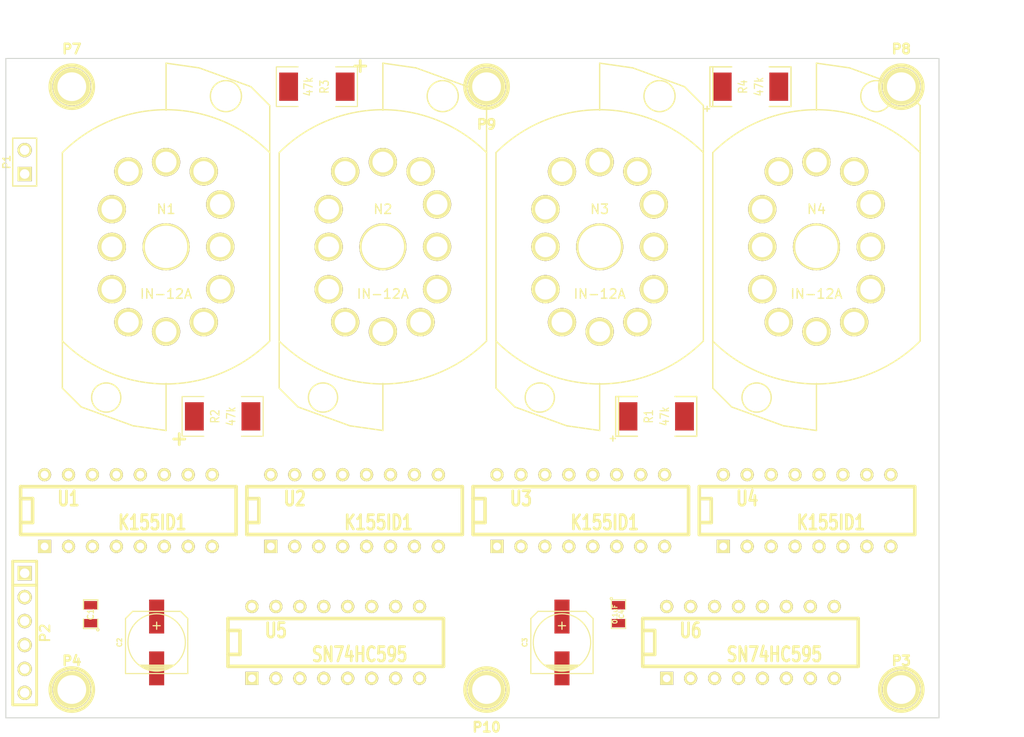
<source format=kicad_pcb>
(kicad_pcb (version 3) (host pcbnew "(2013-dec-23)-stable")

  (general
    (links 101)
    (no_connects 101)
    (area 98.949999 49.150001 210.999999 126.889)
    (thickness 1.6)
    (drawings 6)
    (tracks 0)
    (zones 0)
    (modules 26)
    (nets 68)
  )

  (page A3)
  (layers
    (15 F.Cu signal)
    (0 B.Cu signal)
    (16 B.Adhes user)
    (17 F.Adhes user)
    (18 B.Paste user)
    (19 F.Paste user)
    (20 B.SilkS user)
    (21 F.SilkS user)
    (22 B.Mask user)
    (23 F.Mask user)
    (24 Dwgs.User user)
    (25 Cmts.User user)
    (26 Eco1.User user)
    (27 Eco2.User user)
    (28 Edge.Cuts user)
  )

  (setup
    (last_trace_width 0.254)
    (user_trace_width 0.2032)
    (trace_clearance 0.254)
    (zone_clearance 0.508)
    (zone_45_only no)
    (trace_min 0.2032)
    (segment_width 0.2)
    (edge_width 0.1)
    (via_size 0.889)
    (via_drill 0.635)
    (via_min_size 0.889)
    (via_min_drill 0.508)
    (uvia_size 0.508)
    (uvia_drill 0.127)
    (uvias_allowed no)
    (uvia_min_size 0.508)
    (uvia_min_drill 0.127)
    (pcb_text_width 0.3)
    (pcb_text_size 1.5 1.5)
    (mod_edge_width 0.15)
    (mod_text_size 1 1)
    (mod_text_width 0.15)
    (pad_size 1.5 1.5)
    (pad_drill 0.6)
    (pad_to_mask_clearance 0)
    (aux_axis_origin 0 0)
    (visible_elements FFFFFFBF)
    (pcbplotparams
      (layerselection 3178497)
      (usegerberextensions true)
      (excludeedgelayer true)
      (linewidth 0.150000)
      (plotframeref false)
      (viasonmask false)
      (mode 1)
      (useauxorigin false)
      (hpglpennumber 1)
      (hpglpenspeed 20)
      (hpglpendiameter 15)
      (hpglpenoverlay 2)
      (psnegative false)
      (psa4output false)
      (plotreference true)
      (plotvalue true)
      (plotothertext true)
      (plotinvisibletext false)
      (padsonsilk false)
      (subtractmaskfromsilk false)
      (outputformat 1)
      (mirror false)
      (drillshape 1)
      (scaleselection 1)
      (outputdirectory ""))
  )

  (net 0 "")
  (net 1 +3.3V)
  (net 2 /a0)
  (net 3 /a1)
  (net 4 /a2)
  (net 5 /a3)
  (net 6 /a4)
  (net 7 /a5)
  (net 8 /a6)
  (net 9 /a7)
  (net 10 /a8)
  (net 11 /a9)
  (net 12 /b0)
  (net 13 /b1)
  (net 14 /b2)
  (net 15 /b3)
  (net 16 /b4)
  (net 17 /b5)
  (net 18 /b6)
  (net 19 /b7)
  (net 20 /b8)
  (net 21 /b9)
  (net 22 /c0)
  (net 23 /c1)
  (net 24 /c2)
  (net 25 /c3)
  (net 26 /c4)
  (net 27 /c5)
  (net 28 /c6)
  (net 29 /c7)
  (net 30 /c8)
  (net 31 /c9)
  (net 32 /d0)
  (net 33 /d1)
  (net 34 /d2)
  (net 35 /d3)
  (net 36 /d4)
  (net 37 /d5)
  (net 38 /d6)
  (net 39 /d7)
  (net 40 /d8)
  (net 41 /d9)
  (net 42 GND)
  (net 43 HT)
  (net 44 N-0000016)
  (net 45 N-0000017)
  (net 46 N-0000018)
  (net 47 N-0000028)
  (net 48 N-0000029)
  (net 49 N-0000030)
  (net 50 N-0000031)
  (net 51 N-0000032)
  (net 52 N-0000033)
  (net 53 N-0000036)
  (net 54 N-0000037)
  (net 55 N-0000038)
  (net 56 N-0000039)
  (net 57 N-0000040)
  (net 58 N-0000041)
  (net 59 N-0000042)
  (net 60 N-0000043)
  (net 61 N-0000044)
  (net 62 N-0000045)
  (net 63 N-0000046)
  (net 64 N-0000047)
  (net 65 N-0000048)
  (net 66 N-0000049)
  (net 67 N-000007)

  (net_class Default "This is the default net class."
    (clearance 0.254)
    (trace_width 0.254)
    (via_dia 0.889)
    (via_drill 0.635)
    (uvia_dia 0.508)
    (uvia_drill 0.127)
    (add_net "")
    (add_net +3.3V)
    (add_net /a0)
    (add_net /a1)
    (add_net /a2)
    (add_net /a3)
    (add_net /a4)
    (add_net /a5)
    (add_net /a6)
    (add_net /a7)
    (add_net /a8)
    (add_net /a9)
    (add_net /b0)
    (add_net /b1)
    (add_net /b2)
    (add_net /b3)
    (add_net /b4)
    (add_net /b5)
    (add_net /b6)
    (add_net /b7)
    (add_net /b8)
    (add_net /b9)
    (add_net /c0)
    (add_net /c1)
    (add_net /c2)
    (add_net /c3)
    (add_net /c4)
    (add_net /c5)
    (add_net /c6)
    (add_net /c7)
    (add_net /c8)
    (add_net /c9)
    (add_net /d0)
    (add_net /d1)
    (add_net /d2)
    (add_net /d3)
    (add_net /d4)
    (add_net /d5)
    (add_net /d6)
    (add_net /d7)
    (add_net /d8)
    (add_net /d9)
    (add_net GND)
    (add_net HT)
    (add_net N-0000016)
    (add_net N-0000017)
    (add_net N-0000018)
    (add_net N-0000028)
    (add_net N-0000029)
    (add_net N-0000030)
    (add_net N-0000031)
    (add_net N-0000032)
    (add_net N-0000033)
    (add_net N-0000036)
    (add_net N-0000037)
    (add_net N-0000038)
    (add_net N-0000039)
    (add_net N-0000040)
    (add_net N-0000041)
    (add_net N-0000042)
    (add_net N-0000043)
    (add_net N-0000044)
    (add_net N-0000045)
    (add_net N-0000046)
    (add_net N-0000047)
    (add_net N-0000048)
    (add_net N-0000049)
    (add_net N-000007)
  )

  (module PIN_ARRAY-6X1 (layer F.Cu) (tedit 41402119) (tstamp 539606B2)
    (at 101 116 270)
    (descr "Connecteur 6 pins")
    (tags "CONN DEV")
    (path /53861D4E)
    (fp_text reference P2 (at 0 -2.159 270) (layer F.SilkS)
      (effects (font (size 1.016 1.016) (thickness 0.2032)))
    )
    (fp_text value CONN_6 (at 0 2.159 270) (layer F.SilkS) hide
      (effects (font (size 1.016 0.889) (thickness 0.2032)))
    )
    (fp_line (start -7.62 1.27) (end -7.62 -1.27) (layer F.SilkS) (width 0.3048))
    (fp_line (start -7.62 -1.27) (end 7.62 -1.27) (layer F.SilkS) (width 0.3048))
    (fp_line (start 7.62 -1.27) (end 7.62 1.27) (layer F.SilkS) (width 0.3048))
    (fp_line (start 7.62 1.27) (end -7.62 1.27) (layer F.SilkS) (width 0.3048))
    (fp_line (start -5.08 1.27) (end -5.08 -1.27) (layer F.SilkS) (width 0.3048))
    (pad 1 thru_hole rect (at -6.35 0 270) (size 1.524 1.524) (drill 1.016)
      (layers *.Cu *.Mask F.SilkS)
      (net 58 N-0000041)
    )
    (pad 2 thru_hole circle (at -3.81 0 270) (size 1.524 1.524) (drill 1.016)
      (layers *.Cu *.Mask F.SilkS)
      (net 42 GND)
    )
    (pad 3 thru_hole circle (at -1.27 0 270) (size 1.524 1.524) (drill 1.016)
      (layers *.Cu *.Mask F.SilkS)
      (net 57 N-0000040)
    )
    (pad 4 thru_hole circle (at 1.27 0 270) (size 1.524 1.524) (drill 1.016)
      (layers *.Cu *.Mask F.SilkS)
      (net 56 N-0000039)
    )
    (pad 5 thru_hole circle (at 3.81 0 270) (size 1.524 1.524) (drill 1.016)
      (layers *.Cu *.Mask F.SilkS)
      (net 1 +3.3V)
    )
    (pad 6 thru_hole circle (at 6.35 0 270) (size 1.524 1.524) (drill 1.016)
      (layers *.Cu *.Mask F.SilkS)
    )
    (model pin_array/pins_array_6x1.wrl
      (at (xyz 0 0 0))
      (scale (xyz 1 1 1))
      (rotate (xyz 0 0 0))
    )
  )

  (module DIP-16__300 (layer F.Cu) (tedit 200000) (tstamp 539606DD)
    (at 112 103)
    (descr "16 pins DIL package, round pads")
    (tags DIL)
    (path /53861CB2)
    (fp_text reference U1 (at -6.35 -1.27) (layer F.SilkS)
      (effects (font (size 1.524 1.143) (thickness 0.3048)))
    )
    (fp_text value K155ID1 (at 2.54 1.27) (layer F.SilkS)
      (effects (font (size 1.524 1.143) (thickness 0.3048)))
    )
    (fp_line (start -11.43 -1.27) (end -11.43 -1.27) (layer F.SilkS) (width 0.381))
    (fp_line (start -11.43 -1.27) (end -10.16 -1.27) (layer F.SilkS) (width 0.381))
    (fp_line (start -10.16 -1.27) (end -10.16 1.27) (layer F.SilkS) (width 0.381))
    (fp_line (start -10.16 1.27) (end -11.43 1.27) (layer F.SilkS) (width 0.381))
    (fp_line (start -11.43 -2.54) (end 11.43 -2.54) (layer F.SilkS) (width 0.381))
    (fp_line (start 11.43 -2.54) (end 11.43 2.54) (layer F.SilkS) (width 0.381))
    (fp_line (start 11.43 2.54) (end -11.43 2.54) (layer F.SilkS) (width 0.381))
    (fp_line (start -11.43 2.54) (end -11.43 -2.54) (layer F.SilkS) (width 0.381))
    (pad 1 thru_hole rect (at -8.89 3.81) (size 1.397 1.397) (drill 0.8128)
      (layers *.Cu *.Mask F.SilkS)
      (net 10 /a8)
    )
    (pad 2 thru_hole circle (at -6.35 3.81) (size 1.397 1.397) (drill 0.8128)
      (layers *.Cu *.Mask F.SilkS)
      (net 11 /a9)
    )
    (pad 3 thru_hole circle (at -3.81 3.81) (size 1.397 1.397) (drill 0.8128)
      (layers *.Cu *.Mask F.SilkS)
      (net 66 N-0000049)
    )
    (pad 4 thru_hole circle (at -1.27 3.81) (size 1.397 1.397) (drill 0.8128)
      (layers *.Cu *.Mask F.SilkS)
      (net 63 N-0000046)
    )
    (pad 5 thru_hole circle (at 1.27 3.81) (size 1.397 1.397) (drill 0.8128)
      (layers *.Cu *.Mask F.SilkS)
      (net 1 +3.3V)
    )
    (pad 6 thru_hole circle (at 3.81 3.81) (size 1.397 1.397) (drill 0.8128)
      (layers *.Cu *.Mask F.SilkS)
      (net 65 N-0000048)
    )
    (pad 7 thru_hole circle (at 6.35 3.81) (size 1.397 1.397) (drill 0.8128)
      (layers *.Cu *.Mask F.SilkS)
      (net 64 N-0000047)
    )
    (pad 8 thru_hole circle (at 8.89 3.81) (size 1.397 1.397) (drill 0.8128)
      (layers *.Cu *.Mask F.SilkS)
      (net 4 /a2)
    )
    (pad 9 thru_hole circle (at 8.89 -3.81) (size 1.397 1.397) (drill 0.8128)
      (layers *.Cu *.Mask F.SilkS)
      (net 5 /a3)
    )
    (pad 10 thru_hole circle (at 6.35 -3.81) (size 1.397 1.397) (drill 0.8128)
      (layers *.Cu *.Mask F.SilkS)
      (net 9 /a7)
    )
    (pad 11 thru_hole circle (at 3.81 -3.81) (size 1.397 1.397) (drill 0.8128)
      (layers *.Cu *.Mask F.SilkS)
      (net 8 /a6)
    )
    (pad 12 thru_hole circle (at 1.27 -3.81) (size 1.397 1.397) (drill 0.8128)
      (layers *.Cu *.Mask F.SilkS)
      (net 42 GND)
    )
    (pad 13 thru_hole circle (at -1.27 -3.81) (size 1.397 1.397) (drill 0.8128)
      (layers *.Cu *.Mask F.SilkS)
      (net 6 /a4)
    )
    (pad 14 thru_hole circle (at -3.81 -3.81) (size 1.397 1.397) (drill 0.8128)
      (layers *.Cu *.Mask F.SilkS)
      (net 7 /a5)
    )
    (pad 15 thru_hole circle (at -6.35 -3.81) (size 1.397 1.397) (drill 0.8128)
      (layers *.Cu *.Mask F.SilkS)
      (net 3 /a1)
    )
    (pad 16 thru_hole circle (at -8.89 -3.81) (size 1.397 1.397) (drill 0.8128)
      (layers *.Cu *.Mask F.SilkS)
      (net 2 /a0)
    )
    (model dil/dil_16.wrl
      (at (xyz 0 0 0))
      (scale (xyz 1 1 1))
      (rotate (xyz 0 0 0))
    )
  )

  (module DIP-16__300 (layer F.Cu) (tedit 200000) (tstamp 539606F9)
    (at 136 103)
    (descr "16 pins DIL package, round pads")
    (tags DIL)
    (path /53861CC1)
    (fp_text reference U2 (at -6.35 -1.27) (layer F.SilkS)
      (effects (font (size 1.524 1.143) (thickness 0.3048)))
    )
    (fp_text value K155ID1 (at 2.54 1.27) (layer F.SilkS)
      (effects (font (size 1.524 1.143) (thickness 0.3048)))
    )
    (fp_line (start -11.43 -1.27) (end -11.43 -1.27) (layer F.SilkS) (width 0.381))
    (fp_line (start -11.43 -1.27) (end -10.16 -1.27) (layer F.SilkS) (width 0.381))
    (fp_line (start -10.16 -1.27) (end -10.16 1.27) (layer F.SilkS) (width 0.381))
    (fp_line (start -10.16 1.27) (end -11.43 1.27) (layer F.SilkS) (width 0.381))
    (fp_line (start -11.43 -2.54) (end 11.43 -2.54) (layer F.SilkS) (width 0.381))
    (fp_line (start 11.43 -2.54) (end 11.43 2.54) (layer F.SilkS) (width 0.381))
    (fp_line (start 11.43 2.54) (end -11.43 2.54) (layer F.SilkS) (width 0.381))
    (fp_line (start -11.43 2.54) (end -11.43 -2.54) (layer F.SilkS) (width 0.381))
    (pad 1 thru_hole rect (at -8.89 3.81) (size 1.397 1.397) (drill 0.8128)
      (layers *.Cu *.Mask F.SilkS)
      (net 20 /b8)
    )
    (pad 2 thru_hole circle (at -6.35 3.81) (size 1.397 1.397) (drill 0.8128)
      (layers *.Cu *.Mask F.SilkS)
      (net 21 /b9)
    )
    (pad 3 thru_hole circle (at -3.81 3.81) (size 1.397 1.397) (drill 0.8128)
      (layers *.Cu *.Mask F.SilkS)
      (net 62 N-0000045)
    )
    (pad 4 thru_hole circle (at -1.27 3.81) (size 1.397 1.397) (drill 0.8128)
      (layers *.Cu *.Mask F.SilkS)
      (net 59 N-0000042)
    )
    (pad 5 thru_hole circle (at 1.27 3.81) (size 1.397 1.397) (drill 0.8128)
      (layers *.Cu *.Mask F.SilkS)
      (net 1 +3.3V)
    )
    (pad 6 thru_hole circle (at 3.81 3.81) (size 1.397 1.397) (drill 0.8128)
      (layers *.Cu *.Mask F.SilkS)
      (net 61 N-0000044)
    )
    (pad 7 thru_hole circle (at 6.35 3.81) (size 1.397 1.397) (drill 0.8128)
      (layers *.Cu *.Mask F.SilkS)
      (net 60 N-0000043)
    )
    (pad 8 thru_hole circle (at 8.89 3.81) (size 1.397 1.397) (drill 0.8128)
      (layers *.Cu *.Mask F.SilkS)
      (net 14 /b2)
    )
    (pad 9 thru_hole circle (at 8.89 -3.81) (size 1.397 1.397) (drill 0.8128)
      (layers *.Cu *.Mask F.SilkS)
      (net 15 /b3)
    )
    (pad 10 thru_hole circle (at 6.35 -3.81) (size 1.397 1.397) (drill 0.8128)
      (layers *.Cu *.Mask F.SilkS)
      (net 19 /b7)
    )
    (pad 11 thru_hole circle (at 3.81 -3.81) (size 1.397 1.397) (drill 0.8128)
      (layers *.Cu *.Mask F.SilkS)
      (net 18 /b6)
    )
    (pad 12 thru_hole circle (at 1.27 -3.81) (size 1.397 1.397) (drill 0.8128)
      (layers *.Cu *.Mask F.SilkS)
      (net 42 GND)
    )
    (pad 13 thru_hole circle (at -1.27 -3.81) (size 1.397 1.397) (drill 0.8128)
      (layers *.Cu *.Mask F.SilkS)
      (net 16 /b4)
    )
    (pad 14 thru_hole circle (at -3.81 -3.81) (size 1.397 1.397) (drill 0.8128)
      (layers *.Cu *.Mask F.SilkS)
      (net 17 /b5)
    )
    (pad 15 thru_hole circle (at -6.35 -3.81) (size 1.397 1.397) (drill 0.8128)
      (layers *.Cu *.Mask F.SilkS)
      (net 13 /b1)
    )
    (pad 16 thru_hole circle (at -8.89 -3.81) (size 1.397 1.397) (drill 0.8128)
      (layers *.Cu *.Mask F.SilkS)
      (net 12 /b0)
    )
    (model dil/dil_16.wrl
      (at (xyz 0 0 0))
      (scale (xyz 1 1 1))
      (rotate (xyz 0 0 0))
    )
  )

  (module DIP-16__300 (layer F.Cu) (tedit 200000) (tstamp 53960715)
    (at 160 103)
    (descr "16 pins DIL package, round pads")
    (tags DIL)
    (path /539C1894)
    (fp_text reference U3 (at -6.35 -1.27) (layer F.SilkS)
      (effects (font (size 1.524 1.143) (thickness 0.3048)))
    )
    (fp_text value K155ID1 (at 2.54 1.27) (layer F.SilkS)
      (effects (font (size 1.524 1.143) (thickness 0.3048)))
    )
    (fp_line (start -11.43 -1.27) (end -11.43 -1.27) (layer F.SilkS) (width 0.381))
    (fp_line (start -11.43 -1.27) (end -10.16 -1.27) (layer F.SilkS) (width 0.381))
    (fp_line (start -10.16 -1.27) (end -10.16 1.27) (layer F.SilkS) (width 0.381))
    (fp_line (start -10.16 1.27) (end -11.43 1.27) (layer F.SilkS) (width 0.381))
    (fp_line (start -11.43 -2.54) (end 11.43 -2.54) (layer F.SilkS) (width 0.381))
    (fp_line (start 11.43 -2.54) (end 11.43 2.54) (layer F.SilkS) (width 0.381))
    (fp_line (start 11.43 2.54) (end -11.43 2.54) (layer F.SilkS) (width 0.381))
    (fp_line (start -11.43 2.54) (end -11.43 -2.54) (layer F.SilkS) (width 0.381))
    (pad 1 thru_hole rect (at -8.89 3.81) (size 1.397 1.397) (drill 0.8128)
      (layers *.Cu *.Mask F.SilkS)
      (net 30 /c8)
    )
    (pad 2 thru_hole circle (at -6.35 3.81) (size 1.397 1.397) (drill 0.8128)
      (layers *.Cu *.Mask F.SilkS)
      (net 31 /c9)
    )
    (pad 3 thru_hole circle (at -3.81 3.81) (size 1.397 1.397) (drill 0.8128)
      (layers *.Cu *.Mask F.SilkS)
      (net 53 N-0000036)
    )
    (pad 4 thru_hole circle (at -1.27 3.81) (size 1.397 1.397) (drill 0.8128)
      (layers *.Cu *.Mask F.SilkS)
      (net 49 N-0000030)
    )
    (pad 5 thru_hole circle (at 1.27 3.81) (size 1.397 1.397) (drill 0.8128)
      (layers *.Cu *.Mask F.SilkS)
      (net 1 +3.3V)
    )
    (pad 6 thru_hole circle (at 3.81 3.81) (size 1.397 1.397) (drill 0.8128)
      (layers *.Cu *.Mask F.SilkS)
      (net 48 N-0000029)
    )
    (pad 7 thru_hole circle (at 6.35 3.81) (size 1.397 1.397) (drill 0.8128)
      (layers *.Cu *.Mask F.SilkS)
      (net 47 N-0000028)
    )
    (pad 8 thru_hole circle (at 8.89 3.81) (size 1.397 1.397) (drill 0.8128)
      (layers *.Cu *.Mask F.SilkS)
      (net 24 /c2)
    )
    (pad 9 thru_hole circle (at 8.89 -3.81) (size 1.397 1.397) (drill 0.8128)
      (layers *.Cu *.Mask F.SilkS)
      (net 25 /c3)
    )
    (pad 10 thru_hole circle (at 6.35 -3.81) (size 1.397 1.397) (drill 0.8128)
      (layers *.Cu *.Mask F.SilkS)
      (net 29 /c7)
    )
    (pad 11 thru_hole circle (at 3.81 -3.81) (size 1.397 1.397) (drill 0.8128)
      (layers *.Cu *.Mask F.SilkS)
      (net 28 /c6)
    )
    (pad 12 thru_hole circle (at 1.27 -3.81) (size 1.397 1.397) (drill 0.8128)
      (layers *.Cu *.Mask F.SilkS)
      (net 42 GND)
    )
    (pad 13 thru_hole circle (at -1.27 -3.81) (size 1.397 1.397) (drill 0.8128)
      (layers *.Cu *.Mask F.SilkS)
      (net 26 /c4)
    )
    (pad 14 thru_hole circle (at -3.81 -3.81) (size 1.397 1.397) (drill 0.8128)
      (layers *.Cu *.Mask F.SilkS)
      (net 27 /c5)
    )
    (pad 15 thru_hole circle (at -6.35 -3.81) (size 1.397 1.397) (drill 0.8128)
      (layers *.Cu *.Mask F.SilkS)
      (net 23 /c1)
    )
    (pad 16 thru_hole circle (at -8.89 -3.81) (size 1.397 1.397) (drill 0.8128)
      (layers *.Cu *.Mask F.SilkS)
      (net 22 /c0)
    )
    (model dil/dil_16.wrl
      (at (xyz 0 0 0))
      (scale (xyz 1 1 1))
      (rotate (xyz 0 0 0))
    )
  )

  (module c_elec_6.3x7.7 (layer F.Cu) (tedit 49F5C0C2) (tstamp 53960639)
    (at 115 117 90)
    (descr "SMT capacitor, aluminium electrolytic, 6.3x7.7")
    (path /538630C3)
    (fp_text reference C2 (at 0 -3.937 90) (layer F.SilkS)
      (effects (font (size 0.50038 0.50038) (thickness 0.11938)))
    )
    (fp_text value 100uF (at 0 3.81 90) (layer F.SilkS) hide
      (effects (font (size 0.50038 0.50038) (thickness 0.11938)))
    )
    (fp_line (start -2.921 -0.762) (end -2.921 0.762) (layer F.SilkS) (width 0.127))
    (fp_line (start -2.794 1.143) (end -2.794 -1.143) (layer F.SilkS) (width 0.127))
    (fp_line (start -2.667 -1.397) (end -2.667 1.397) (layer F.SilkS) (width 0.127))
    (fp_line (start -2.54 1.651) (end -2.54 -1.651) (layer F.SilkS) (width 0.127))
    (fp_line (start -2.413 -1.778) (end -2.413 1.778) (layer F.SilkS) (width 0.127))
    (fp_circle (center 0 0) (end -3.048 0) (layer F.SilkS) (width 0.127))
    (fp_line (start -3.302 -3.302) (end -3.302 3.302) (layer F.SilkS) (width 0.127))
    (fp_line (start -3.302 3.302) (end 2.54 3.302) (layer F.SilkS) (width 0.127))
    (fp_line (start 2.54 3.302) (end 3.302 2.54) (layer F.SilkS) (width 0.127))
    (fp_line (start 3.302 2.54) (end 3.302 -2.54) (layer F.SilkS) (width 0.127))
    (fp_line (start 3.302 -2.54) (end 2.54 -3.302) (layer F.SilkS) (width 0.127))
    (fp_line (start 2.54 -3.302) (end -3.302 -3.302) (layer F.SilkS) (width 0.127))
    (fp_line (start 2.159 0) (end 1.397 0) (layer F.SilkS) (width 0.127))
    (fp_line (start 1.778 -0.381) (end 1.778 0.381) (layer F.SilkS) (width 0.127))
    (pad 1 smd rect (at 2.75082 0 90) (size 3.59918 1.6002)
      (layers F.Cu F.Paste F.Mask)
      (net 1 +3.3V)
    )
    (pad 2 smd rect (at -2.75082 0 90) (size 3.59918 1.6002)
      (layers F.Cu F.Paste F.Mask)
      (net 42 GND)
    )
    (model smd/capacitors/c_elec_6_3x7_7.wrl
      (at (xyz 0 0 0))
      (scale (xyz 1 1 1))
      (rotate (xyz 0 0 0))
    )
  )

  (module SM0805 (layer F.Cu) (tedit 539C306B) (tstamp 53960645)
    (at 108 114 90)
    (path /5386DD06)
    (attr smd)
    (fp_text reference C1 (at 0 0 90) (layer F.SilkS)
      (effects (font (size 0.635 0.635) (thickness 0.127)))
    )
    (fp_text value 0.1uF (at 0 0 90) (layer F.SilkS) hide
      (effects (font (size 0.635 0.635) (thickness 0.127)))
    )
    (fp_circle (center -1.651 0.762) (end -1.651 0.635) (layer F.SilkS) (width 0.127))
    (fp_line (start -0.508 0.762) (end -1.524 0.762) (layer F.SilkS) (width 0.127))
    (fp_line (start -1.524 0.762) (end -1.524 -0.762) (layer F.SilkS) (width 0.127))
    (fp_line (start -1.524 -0.762) (end -0.508 -0.762) (layer F.SilkS) (width 0.127))
    (fp_line (start 0.508 -0.762) (end 1.524 -0.762) (layer F.SilkS) (width 0.127))
    (fp_line (start 1.524 -0.762) (end 1.524 0.762) (layer F.SilkS) (width 0.127))
    (fp_line (start 1.524 0.762) (end 0.508 0.762) (layer F.SilkS) (width 0.127))
    (pad 1 smd rect (at -0.9525 0 90) (size 0.889 1.397)
      (layers F.Cu F.Paste F.Mask)
      (net 1 +3.3V)
    )
    (pad 2 smd rect (at 0.9525 0 90) (size 0.889 1.397)
      (layers F.Cu F.Paste F.Mask)
      (net 42 GND)
    )
    (model smd/chip_cms.wrl
      (at (xyz 0 0 0))
      (scale (xyz 0.1 0.1 0.1))
      (rotate (xyz 0 0 0))
    )
  )

  (module SM2512 (layer F.Cu) (tedit 4EFC472C) (tstamp 53960651)
    (at 132 58 180)
    (tags "CMS SM")
    (path /5386EB16)
    (attr smd)
    (fp_text reference R3 (at -0.8001 0 270) (layer F.SilkS)
      (effects (font (size 0.889 0.762) (thickness 0.127)))
    )
    (fp_text value 47k (at 0.89916 0 270) (layer F.SilkS)
      (effects (font (size 0.889 0.762) (thickness 0.127)))
    )
    (fp_text user + (at -4.59994 2.30124 180) (layer F.SilkS)
      (effects (font (size 1.524 1.524) (thickness 0.29972)))
    )
    (fp_line (start -4.30022 -2.10058) (end -4.30022 2.10058) (layer F.SilkS) (width 0.11938))
    (fp_line (start 4.30022 -2.10058) (end 4.30022 2.10058) (layer F.SilkS) (width 0.11938))
    (fp_line (start 1.99644 2.10566) (end 4.28244 2.10566) (layer F.SilkS) (width 0.11938))
    (fp_line (start 4.28244 -2.10566) (end 1.99644 -2.10566) (layer F.SilkS) (width 0.11938))
    (fp_line (start -1.99898 -2.10566) (end -4.28498 -2.10566) (layer F.SilkS) (width 0.11938))
    (fp_line (start -4.28244 2.10566) (end -1.99644 2.10566) (layer F.SilkS) (width 0.11938))
    (pad 1 smd rect (at -2.99974 0 180) (size 1.99898 2.99974)
      (layers F.Cu F.Paste F.Mask)
      (net 51 N-0000032)
    )
    (pad 2 smd rect (at 2.99974 0 180) (size 1.99898 2.99974)
      (layers F.Cu F.Paste F.Mask)
      (net 43 HT)
    )
    (model smd\chip_smd_pol_wide.wrl
      (at (xyz 0 0 0))
      (scale (xyz 0.35 0.35 0.35))
      (rotate (xyz 0 0 0))
    )
  )

  (module SM2512 (layer F.Cu) (tedit 4EFC472C) (tstamp 5396065D)
    (at 122 93)
    (tags "CMS SM")
    (path /5386ECC2)
    (attr smd)
    (fp_text reference R2 (at -0.8001 0 90) (layer F.SilkS)
      (effects (font (size 0.889 0.762) (thickness 0.127)))
    )
    (fp_text value 47k (at 0.89916 0 90) (layer F.SilkS)
      (effects (font (size 0.889 0.762) (thickness 0.127)))
    )
    (fp_text user + (at -4.59994 2.30124) (layer F.SilkS)
      (effects (font (size 1.524 1.524) (thickness 0.29972)))
    )
    (fp_line (start -4.30022 -2.10058) (end -4.30022 2.10058) (layer F.SilkS) (width 0.11938))
    (fp_line (start 4.30022 -2.10058) (end 4.30022 2.10058) (layer F.SilkS) (width 0.11938))
    (fp_line (start 1.99644 2.10566) (end 4.28244 2.10566) (layer F.SilkS) (width 0.11938))
    (fp_line (start 4.28244 -2.10566) (end 1.99644 -2.10566) (layer F.SilkS) (width 0.11938))
    (fp_line (start -1.99898 -2.10566) (end -4.28498 -2.10566) (layer F.SilkS) (width 0.11938))
    (fp_line (start -4.28244 2.10566) (end -1.99644 2.10566) (layer F.SilkS) (width 0.11938))
    (pad 1 smd rect (at -2.99974 0) (size 1.99898 2.99974)
      (layers F.Cu F.Paste F.Mask)
      (net 50 N-0000031)
    )
    (pad 2 smd rect (at 2.99974 0) (size 1.99898 2.99974)
      (layers F.Cu F.Paste F.Mask)
      (net 43 HT)
    )
    (model smd\chip_smd_pol_wide.wrl
      (at (xyz 0 0 0))
      (scale (xyz 0.35 0.35 0.35))
      (rotate (xyz 0 0 0))
    )
  )

  (module 1pin (layer F.Cu) (tedit 5399E340) (tstamp 5399DC27)
    (at 106 58)
    (descr "module 1 pin (ou trou mecanique de percage)")
    (tags DEV)
    (path /5399DC0B)
    (fp_text reference P7 (at 0 -4) (layer F.SilkS)
      (effects (font (size 1.016 1.016) (thickness 0.254)))
    )
    (fp_text value CONN_1 (at 0 2.794) (layer F.SilkS) hide
      (effects (font (size 1.016 1.016) (thickness 0.254)))
    )
    (fp_circle (center 0 0) (end 0 -2.286) (layer F.SilkS) (width 0.381))
    (pad 1 thru_hole circle (at 0 0) (size 4.064 4.064) (drill 3.048)
      (layers *.Cu *.Mask F.SilkS)
      (net 42 GND)
    )
  )

  (module 1pin (layer F.Cu) (tedit 5399E343) (tstamp 5399DC2D)
    (at 194 58)
    (descr "module 1 pin (ou trou mecanique de percage)")
    (tags DEV)
    (path /5399DC1A)
    (fp_text reference P8 (at 0 -4) (layer F.SilkS)
      (effects (font (size 1.016 1.016) (thickness 0.254)))
    )
    (fp_text value CONN_1 (at 0 2.794) (layer F.SilkS) hide
      (effects (font (size 1.016 1.016) (thickness 0.254)))
    )
    (fp_circle (center 0 0) (end 0 -2.286) (layer F.SilkS) (width 0.381))
    (pad 1 thru_hole circle (at 0 0) (size 4.064 4.064) (drill 3.048)
      (layers *.Cu *.Mask F.SilkS)
      (net 42 GND)
    )
  )

  (module 1pin (layer F.Cu) (tedit 5399E34A) (tstamp 5399DC33)
    (at 150 58)
    (descr "module 1 pin (ou trou mecanique de percage)")
    (tags DEV)
    (path /5399DC29)
    (fp_text reference P9 (at 0 4) (layer F.SilkS)
      (effects (font (size 1.016 1.016) (thickness 0.254)))
    )
    (fp_text value CONN_1 (at 0 2.794) (layer F.SilkS) hide
      (effects (font (size 1.016 1.016) (thickness 0.254)))
    )
    (fp_circle (center 0 0) (end 0 -2.286) (layer F.SilkS) (width 0.381))
    (pad 1 thru_hole circle (at 0 0) (size 4.064 4.064) (drill 3.048)
      (layers *.Cu *.Mask F.SilkS)
      (net 42 GND)
    )
  )

  (module 1pin (layer F.Cu) (tedit 5399E347) (tstamp 5399DC39)
    (at 150 122)
    (descr "module 1 pin (ou trou mecanique de percage)")
    (tags DEV)
    (path /5399DC38)
    (fp_text reference P10 (at 0 4) (layer F.SilkS)
      (effects (font (size 1.016 1.016) (thickness 0.254)))
    )
    (fp_text value CONN_1 (at 0 2.794) (layer F.SilkS) hide
      (effects (font (size 1.016 1.016) (thickness 0.254)))
    )
    (fp_circle (center 0 0) (end 0 -2.286) (layer F.SilkS) (width 0.381))
    (pad 1 thru_hole circle (at 0 0) (size 4.064 4.064) (drill 3.048)
      (layers *.Cu *.Mask F.SilkS)
      (net 42 GND)
    )
  )

  (module SM2512 (layer F.Cu) (tedit 51015917) (tstamp 539C1B9D)
    (at 168 93)
    (tags "CMS SM")
    (path /539C1729)
    (attr smd)
    (fp_text reference R1 (at -0.8001 0 90) (layer F.SilkS)
      (effects (font (size 0.889 0.762) (thickness 0.127)))
    )
    (fp_text value 47k (at 0.89916 0 90) (layer F.SilkS)
      (effects (font (size 0.889 0.762) (thickness 0.127)))
    )
    (fp_line (start -3.99956 -2.10058) (end -3.99956 2.10058) (layer F.SilkS) (width 0.14986))
    (fp_text user + (at -4.59994 2.30124) (layer F.SilkS)
      (effects (font (size 0.7 0.7) (thickness 0.15)))
    )
    (fp_line (start -4.30022 -2.10058) (end -4.30022 2.10058) (layer F.SilkS) (width 0.14986))
    (fp_line (start 4.30022 -2.10058) (end 4.30022 2.10058) (layer F.SilkS) (width 0.14986))
    (fp_line (start 1.99644 2.10566) (end 4.28244 2.10566) (layer F.SilkS) (width 0.14986))
    (fp_line (start 4.28244 -2.10566) (end 1.99644 -2.10566) (layer F.SilkS) (width 0.14986))
    (fp_line (start -1.99898 -2.10566) (end -4.28498 -2.10566) (layer F.SilkS) (width 0.14986))
    (fp_line (start -4.28244 2.10566) (end -1.99644 2.10566) (layer F.SilkS) (width 0.14986))
    (pad 1 smd rect (at -2.99974 0) (size 1.99898 2.99974)
      (layers F.Cu F.Paste F.Mask)
      (net 52 N-0000033)
    )
    (pad 2 smd rect (at 2.99974 0) (size 1.99898 2.99974)
      (layers F.Cu F.Paste F.Mask)
      (net 43 HT)
    )
    (model smd\chip_smd_pol_wide.wrl
      (at (xyz 0 0 0))
      (scale (xyz 0.35 0.35 0.35))
      (rotate (xyz 0 0 0))
    )
  )

  (module SM2512 (layer F.Cu) (tedit 51015917) (tstamp 539C1BAB)
    (at 178 58)
    (tags "CMS SM")
    (path /539C1748)
    (attr smd)
    (fp_text reference R4 (at -0.8001 0 90) (layer F.SilkS)
      (effects (font (size 0.889 0.762) (thickness 0.127)))
    )
    (fp_text value 47k (at 0.89916 0 90) (layer F.SilkS)
      (effects (font (size 0.889 0.762) (thickness 0.127)))
    )
    (fp_line (start -3.99956 -2.10058) (end -3.99956 2.10058) (layer F.SilkS) (width 0.14986))
    (fp_text user + (at -4.59994 2.30124) (layer F.SilkS)
      (effects (font (size 0.7 0.7) (thickness 0.15)))
    )
    (fp_line (start -4.30022 -2.10058) (end -4.30022 2.10058) (layer F.SilkS) (width 0.14986))
    (fp_line (start 4.30022 -2.10058) (end 4.30022 2.10058) (layer F.SilkS) (width 0.14986))
    (fp_line (start 1.99644 2.10566) (end 4.28244 2.10566) (layer F.SilkS) (width 0.14986))
    (fp_line (start 4.28244 -2.10566) (end 1.99644 -2.10566) (layer F.SilkS) (width 0.14986))
    (fp_line (start -1.99898 -2.10566) (end -4.28498 -2.10566) (layer F.SilkS) (width 0.14986))
    (fp_line (start -4.28244 2.10566) (end -1.99644 2.10566) (layer F.SilkS) (width 0.14986))
    (pad 1 smd rect (at -2.99974 0) (size 1.99898 2.99974)
      (layers F.Cu F.Paste F.Mask)
      (net 67 N-000007)
    )
    (pad 2 smd rect (at 2.99974 0) (size 1.99898 2.99974)
      (layers F.Cu F.Paste F.Mask)
      (net 43 HT)
    )
    (model smd\chip_smd_pol_wide.wrl
      (at (xyz 0 0 0))
      (scale (xyz 0.35 0.35 0.35))
      (rotate (xyz 0 0 0))
    )
  )

  (module IN-12A (layer F.Cu) (tedit 5399EC77) (tstamp 539C1BCC)
    (at 116 75)
    (path /539C14B6)
    (fp_text reference N1 (at 0 -4) (layer F.SilkS)
      (effects (font (size 1 1) (thickness 0.15)))
    )
    (fp_text value IN-12A (at 0 5) (layer F.SilkS)
      (effects (font (size 1 1) (thickness 0.15)))
    )
    (fp_circle (center 6.35 -16) (end 8 -16) (layer F.SilkS) (width 0.15))
    (fp_circle (center -6.35 16) (end -7.9 16) (layer F.SilkS) (width 0.15))
    (fp_line (start -9 17) (end -3.5 19) (layer F.SilkS) (width 0.15))
    (fp_line (start -3.5 19) (end 0 19.5) (layer F.SilkS) (width 0.15))
    (fp_line (start -11 15) (end -9 17) (layer F.SilkS) (width 0.15))
    (fp_line (start -11 10) (end -11 15) (layer F.SilkS) (width 0.15))
    (fp_line (start 0 14.5) (end 0 19.5) (layer F.SilkS) (width 0.15))
    (fp_line (start 11 -15) (end 9 -17) (layer F.SilkS) (width 0.15))
    (fp_line (start 9 -17) (end 3.5 -19) (layer F.SilkS) (width 0.15))
    (fp_line (start 3.5 -19) (end 0 -19.5) (layer F.SilkS) (width 0.15))
    (fp_line (start 11 -10) (end 11 -15) (layer F.SilkS) (width 0.15))
    (fp_line (start 0 -14.5) (end 0 -19.5) (layer F.SilkS) (width 0.15))
    (fp_line (start -11 -10) (end -11 10) (layer F.SilkS) (width 0.15))
    (fp_line (start 11 -10) (end 11 10) (layer F.SilkS) (width 0.15))
    (fp_arc (start 0 -1) (end 11 10) (angle 90) (layer F.SilkS) (width 0.15))
    (fp_arc (start 0 1) (end -11 -10) (angle 90) (layer F.SilkS) (width 0.15))
    (pad 3 thru_hole circle (at 5.75 0) (size 3 3) (drill 2.2)
      (layers *.Cu *.Mask F.SilkS)
      (net 11 /a9)
    )
    (pad 2 thru_hole circle (at 5.75 4.5) (size 3 3) (drill 2.2)
      (layers *.Cu *.Mask F.SilkS)
      (net 2 /a0)
    )
    (pad 1 thru_hole circle (at 4 8) (size 3 3) (drill 2.2)
      (layers *.Cu *.Mask F.SilkS)
      (net 50 N-0000031)
    )
    (pad 12 thru_hole circle (at 0 9) (size 3 3) (drill 2.2)
      (layers *.Cu *.Mask F.SilkS)
    )
    (pad 11 thru_hole circle (at -4 8) (size 3 3) (drill 2.2)
      (layers *.Cu *.Mask F.SilkS)
      (net 3 /a1)
    )
    (pad 10 thru_hole circle (at -5.75 4.5) (size 3 3) (drill 2.2)
      (layers *.Cu *.Mask F.SilkS)
      (net 4 /a2)
    )
    (pad 9 thru_hole circle (at -5.75 0) (size 3 3) (drill 2.2)
      (layers *.Cu *.Mask F.SilkS)
      (net 5 /a3)
    )
    (pad 8 thru_hole circle (at -5.75 -4) (size 3 3) (drill 2.2)
      (layers *.Cu *.Mask F.SilkS)
      (net 6 /a4)
    )
    (pad 7 thru_hole circle (at -4 -8) (size 3 3) (drill 2.2)
      (layers *.Cu *.Mask F.SilkS)
      (net 7 /a5)
    )
    (pad 6 thru_hole circle (at 0 -9) (size 3 3) (drill 2.2)
      (layers *.Cu *.Mask F.SilkS)
      (net 8 /a6)
    )
    (pad 5 thru_hole circle (at 4 -8) (size 3 3) (drill 2.2)
      (layers *.Cu *.Mask F.SilkS)
      (net 9 /a7)
    )
    (pad 4 thru_hole circle (at 5.75 -4.5) (size 3 3) (drill 2.2)
      (layers *.Cu *.Mask F.SilkS)
      (net 10 /a8)
    )
    (pad "" thru_hole circle (at 0 0) (size 5 5) (drill 4.5)
      (layers *.Cu *.Mask F.SilkS)
    )
  )

  (module IN-12A (layer F.Cu) (tedit 5399EC77) (tstamp 539C1BED)
    (at 139 75)
    (path /539C14C5)
    (fp_text reference N2 (at 0 -4) (layer F.SilkS)
      (effects (font (size 1 1) (thickness 0.15)))
    )
    (fp_text value IN-12A (at 0 5) (layer F.SilkS)
      (effects (font (size 1 1) (thickness 0.15)))
    )
    (fp_circle (center 6.35 -16) (end 8 -16) (layer F.SilkS) (width 0.15))
    (fp_circle (center -6.35 16) (end -7.9 16) (layer F.SilkS) (width 0.15))
    (fp_line (start -9 17) (end -3.5 19) (layer F.SilkS) (width 0.15))
    (fp_line (start -3.5 19) (end 0 19.5) (layer F.SilkS) (width 0.15))
    (fp_line (start -11 15) (end -9 17) (layer F.SilkS) (width 0.15))
    (fp_line (start -11 10) (end -11 15) (layer F.SilkS) (width 0.15))
    (fp_line (start 0 14.5) (end 0 19.5) (layer F.SilkS) (width 0.15))
    (fp_line (start 11 -15) (end 9 -17) (layer F.SilkS) (width 0.15))
    (fp_line (start 9 -17) (end 3.5 -19) (layer F.SilkS) (width 0.15))
    (fp_line (start 3.5 -19) (end 0 -19.5) (layer F.SilkS) (width 0.15))
    (fp_line (start 11 -10) (end 11 -15) (layer F.SilkS) (width 0.15))
    (fp_line (start 0 -14.5) (end 0 -19.5) (layer F.SilkS) (width 0.15))
    (fp_line (start -11 -10) (end -11 10) (layer F.SilkS) (width 0.15))
    (fp_line (start 11 -10) (end 11 10) (layer F.SilkS) (width 0.15))
    (fp_arc (start 0 -1) (end 11 10) (angle 90) (layer F.SilkS) (width 0.15))
    (fp_arc (start 0 1) (end -11 -10) (angle 90) (layer F.SilkS) (width 0.15))
    (pad 3 thru_hole circle (at 5.75 0) (size 3 3) (drill 2.2)
      (layers *.Cu *.Mask F.SilkS)
      (net 21 /b9)
    )
    (pad 2 thru_hole circle (at 5.75 4.5) (size 3 3) (drill 2.2)
      (layers *.Cu *.Mask F.SilkS)
      (net 12 /b0)
    )
    (pad 1 thru_hole circle (at 4 8) (size 3 3) (drill 2.2)
      (layers *.Cu *.Mask F.SilkS)
      (net 51 N-0000032)
    )
    (pad 12 thru_hole circle (at 0 9) (size 3 3) (drill 2.2)
      (layers *.Cu *.Mask F.SilkS)
    )
    (pad 11 thru_hole circle (at -4 8) (size 3 3) (drill 2.2)
      (layers *.Cu *.Mask F.SilkS)
      (net 13 /b1)
    )
    (pad 10 thru_hole circle (at -5.75 4.5) (size 3 3) (drill 2.2)
      (layers *.Cu *.Mask F.SilkS)
      (net 14 /b2)
    )
    (pad 9 thru_hole circle (at -5.75 0) (size 3 3) (drill 2.2)
      (layers *.Cu *.Mask F.SilkS)
      (net 15 /b3)
    )
    (pad 8 thru_hole circle (at -5.75 -4) (size 3 3) (drill 2.2)
      (layers *.Cu *.Mask F.SilkS)
      (net 16 /b4)
    )
    (pad 7 thru_hole circle (at -4 -8) (size 3 3) (drill 2.2)
      (layers *.Cu *.Mask F.SilkS)
      (net 17 /b5)
    )
    (pad 6 thru_hole circle (at 0 -9) (size 3 3) (drill 2.2)
      (layers *.Cu *.Mask F.SilkS)
      (net 18 /b6)
    )
    (pad 5 thru_hole circle (at 4 -8) (size 3 3) (drill 2.2)
      (layers *.Cu *.Mask F.SilkS)
      (net 19 /b7)
    )
    (pad 4 thru_hole circle (at 5.75 -4.5) (size 3 3) (drill 2.2)
      (layers *.Cu *.Mask F.SilkS)
      (net 20 /b8)
    )
    (pad "" thru_hole circle (at 0 0) (size 5 5) (drill 4.5)
      (layers *.Cu *.Mask F.SilkS)
    )
  )

  (module IN-12A (layer F.Cu) (tedit 5399EC77) (tstamp 539C1C0E)
    (at 162 75)
    (path /539C172F)
    (fp_text reference N3 (at 0 -4) (layer F.SilkS)
      (effects (font (size 1 1) (thickness 0.15)))
    )
    (fp_text value IN-12A (at 0 5) (layer F.SilkS)
      (effects (font (size 1 1) (thickness 0.15)))
    )
    (fp_circle (center 6.35 -16) (end 8 -16) (layer F.SilkS) (width 0.15))
    (fp_circle (center -6.35 16) (end -7.9 16) (layer F.SilkS) (width 0.15))
    (fp_line (start -9 17) (end -3.5 19) (layer F.SilkS) (width 0.15))
    (fp_line (start -3.5 19) (end 0 19.5) (layer F.SilkS) (width 0.15))
    (fp_line (start -11 15) (end -9 17) (layer F.SilkS) (width 0.15))
    (fp_line (start -11 10) (end -11 15) (layer F.SilkS) (width 0.15))
    (fp_line (start 0 14.5) (end 0 19.5) (layer F.SilkS) (width 0.15))
    (fp_line (start 11 -15) (end 9 -17) (layer F.SilkS) (width 0.15))
    (fp_line (start 9 -17) (end 3.5 -19) (layer F.SilkS) (width 0.15))
    (fp_line (start 3.5 -19) (end 0 -19.5) (layer F.SilkS) (width 0.15))
    (fp_line (start 11 -10) (end 11 -15) (layer F.SilkS) (width 0.15))
    (fp_line (start 0 -14.5) (end 0 -19.5) (layer F.SilkS) (width 0.15))
    (fp_line (start -11 -10) (end -11 10) (layer F.SilkS) (width 0.15))
    (fp_line (start 11 -10) (end 11 10) (layer F.SilkS) (width 0.15))
    (fp_arc (start 0 -1) (end 11 10) (angle 90) (layer F.SilkS) (width 0.15))
    (fp_arc (start 0 1) (end -11 -10) (angle 90) (layer F.SilkS) (width 0.15))
    (pad 3 thru_hole circle (at 5.75 0) (size 3 3) (drill 2.2)
      (layers *.Cu *.Mask F.SilkS)
      (net 31 /c9)
    )
    (pad 2 thru_hole circle (at 5.75 4.5) (size 3 3) (drill 2.2)
      (layers *.Cu *.Mask F.SilkS)
      (net 22 /c0)
    )
    (pad 1 thru_hole circle (at 4 8) (size 3 3) (drill 2.2)
      (layers *.Cu *.Mask F.SilkS)
      (net 52 N-0000033)
    )
    (pad 12 thru_hole circle (at 0 9) (size 3 3) (drill 2.2)
      (layers *.Cu *.Mask F.SilkS)
    )
    (pad 11 thru_hole circle (at -4 8) (size 3 3) (drill 2.2)
      (layers *.Cu *.Mask F.SilkS)
      (net 23 /c1)
    )
    (pad 10 thru_hole circle (at -5.75 4.5) (size 3 3) (drill 2.2)
      (layers *.Cu *.Mask F.SilkS)
      (net 24 /c2)
    )
    (pad 9 thru_hole circle (at -5.75 0) (size 3 3) (drill 2.2)
      (layers *.Cu *.Mask F.SilkS)
      (net 25 /c3)
    )
    (pad 8 thru_hole circle (at -5.75 -4) (size 3 3) (drill 2.2)
      (layers *.Cu *.Mask F.SilkS)
      (net 26 /c4)
    )
    (pad 7 thru_hole circle (at -4 -8) (size 3 3) (drill 2.2)
      (layers *.Cu *.Mask F.SilkS)
      (net 27 /c5)
    )
    (pad 6 thru_hole circle (at 0 -9) (size 3 3) (drill 2.2)
      (layers *.Cu *.Mask F.SilkS)
      (net 28 /c6)
    )
    (pad 5 thru_hole circle (at 4 -8) (size 3 3) (drill 2.2)
      (layers *.Cu *.Mask F.SilkS)
      (net 29 /c7)
    )
    (pad 4 thru_hole circle (at 5.75 -4.5) (size 3 3) (drill 2.2)
      (layers *.Cu *.Mask F.SilkS)
      (net 30 /c8)
    )
    (pad "" thru_hole circle (at 0 0) (size 5 5) (drill 4.5)
      (layers *.Cu *.Mask F.SilkS)
    )
  )

  (module IN-12A (layer F.Cu) (tedit 5399EC77) (tstamp 539C1C2F)
    (at 185 75)
    (path /539C174E)
    (fp_text reference N4 (at 0 -4) (layer F.SilkS)
      (effects (font (size 1 1) (thickness 0.15)))
    )
    (fp_text value IN-12A (at 0 5) (layer F.SilkS)
      (effects (font (size 1 1) (thickness 0.15)))
    )
    (fp_circle (center 6.35 -16) (end 8 -16) (layer F.SilkS) (width 0.15))
    (fp_circle (center -6.35 16) (end -7.9 16) (layer F.SilkS) (width 0.15))
    (fp_line (start -9 17) (end -3.5 19) (layer F.SilkS) (width 0.15))
    (fp_line (start -3.5 19) (end 0 19.5) (layer F.SilkS) (width 0.15))
    (fp_line (start -11 15) (end -9 17) (layer F.SilkS) (width 0.15))
    (fp_line (start -11 10) (end -11 15) (layer F.SilkS) (width 0.15))
    (fp_line (start 0 14.5) (end 0 19.5) (layer F.SilkS) (width 0.15))
    (fp_line (start 11 -15) (end 9 -17) (layer F.SilkS) (width 0.15))
    (fp_line (start 9 -17) (end 3.5 -19) (layer F.SilkS) (width 0.15))
    (fp_line (start 3.5 -19) (end 0 -19.5) (layer F.SilkS) (width 0.15))
    (fp_line (start 11 -10) (end 11 -15) (layer F.SilkS) (width 0.15))
    (fp_line (start 0 -14.5) (end 0 -19.5) (layer F.SilkS) (width 0.15))
    (fp_line (start -11 -10) (end -11 10) (layer F.SilkS) (width 0.15))
    (fp_line (start 11 -10) (end 11 10) (layer F.SilkS) (width 0.15))
    (fp_arc (start 0 -1) (end 11 10) (angle 90) (layer F.SilkS) (width 0.15))
    (fp_arc (start 0 1) (end -11 -10) (angle 90) (layer F.SilkS) (width 0.15))
    (pad 3 thru_hole circle (at 5.75 0) (size 3 3) (drill 2.2)
      (layers *.Cu *.Mask F.SilkS)
      (net 41 /d9)
    )
    (pad 2 thru_hole circle (at 5.75 4.5) (size 3 3) (drill 2.2)
      (layers *.Cu *.Mask F.SilkS)
      (net 32 /d0)
    )
    (pad 1 thru_hole circle (at 4 8) (size 3 3) (drill 2.2)
      (layers *.Cu *.Mask F.SilkS)
      (net 67 N-000007)
    )
    (pad 12 thru_hole circle (at 0 9) (size 3 3) (drill 2.2)
      (layers *.Cu *.Mask F.SilkS)
    )
    (pad 11 thru_hole circle (at -4 8) (size 3 3) (drill 2.2)
      (layers *.Cu *.Mask F.SilkS)
      (net 33 /d1)
    )
    (pad 10 thru_hole circle (at -5.75 4.5) (size 3 3) (drill 2.2)
      (layers *.Cu *.Mask F.SilkS)
      (net 34 /d2)
    )
    (pad 9 thru_hole circle (at -5.75 0) (size 3 3) (drill 2.2)
      (layers *.Cu *.Mask F.SilkS)
      (net 35 /d3)
    )
    (pad 8 thru_hole circle (at -5.75 -4) (size 3 3) (drill 2.2)
      (layers *.Cu *.Mask F.SilkS)
      (net 36 /d4)
    )
    (pad 7 thru_hole circle (at -4 -8) (size 3 3) (drill 2.2)
      (layers *.Cu *.Mask F.SilkS)
      (net 37 /d5)
    )
    (pad 6 thru_hole circle (at 0 -9) (size 3 3) (drill 2.2)
      (layers *.Cu *.Mask F.SilkS)
      (net 38 /d6)
    )
    (pad 5 thru_hole circle (at 4 -8) (size 3 3) (drill 2.2)
      (layers *.Cu *.Mask F.SilkS)
      (net 39 /d7)
    )
    (pad 4 thru_hole circle (at 5.75 -4.5) (size 3 3) (drill 2.2)
      (layers *.Cu *.Mask F.SilkS)
      (net 40 /d8)
    )
    (pad "" thru_hole circle (at 0 0) (size 5 5) (drill 4.5)
      (layers *.Cu *.Mask F.SilkS)
    )
  )

  (module DIP-16__300 (layer F.Cu) (tedit 200000) (tstamp 539C1C4B)
    (at 134 117)
    (descr "16 pins DIL package, round pads")
    (tags DIL)
    (path /53861CE4)
    (fp_text reference U5 (at -6.35 -1.27) (layer F.SilkS)
      (effects (font (size 1.524 1.143) (thickness 0.3048)))
    )
    (fp_text value SN74HC595 (at 2.54 1.27) (layer F.SilkS)
      (effects (font (size 1.524 1.143) (thickness 0.3048)))
    )
    (fp_line (start -11.43 -1.27) (end -11.43 -1.27) (layer F.SilkS) (width 0.381))
    (fp_line (start -11.43 -1.27) (end -10.16 -1.27) (layer F.SilkS) (width 0.381))
    (fp_line (start -10.16 -1.27) (end -10.16 1.27) (layer F.SilkS) (width 0.381))
    (fp_line (start -10.16 1.27) (end -11.43 1.27) (layer F.SilkS) (width 0.381))
    (fp_line (start -11.43 -2.54) (end 11.43 -2.54) (layer F.SilkS) (width 0.381))
    (fp_line (start 11.43 -2.54) (end 11.43 2.54) (layer F.SilkS) (width 0.381))
    (fp_line (start 11.43 2.54) (end -11.43 2.54) (layer F.SilkS) (width 0.381))
    (fp_line (start -11.43 2.54) (end -11.43 -2.54) (layer F.SilkS) (width 0.381))
    (pad 1 thru_hole rect (at -8.89 3.81) (size 1.397 1.397) (drill 0.8128)
      (layers *.Cu *.Mask F.SilkS)
      (net 65 N-0000048)
    )
    (pad 2 thru_hole circle (at -6.35 3.81) (size 1.397 1.397) (drill 0.8128)
      (layers *.Cu *.Mask F.SilkS)
      (net 64 N-0000047)
    )
    (pad 3 thru_hole circle (at -3.81 3.81) (size 1.397 1.397) (drill 0.8128)
      (layers *.Cu *.Mask F.SilkS)
      (net 63 N-0000046)
    )
    (pad 4 thru_hole circle (at -1.27 3.81) (size 1.397 1.397) (drill 0.8128)
      (layers *.Cu *.Mask F.SilkS)
      (net 62 N-0000045)
    )
    (pad 5 thru_hole circle (at 1.27 3.81) (size 1.397 1.397) (drill 0.8128)
      (layers *.Cu *.Mask F.SilkS)
      (net 61 N-0000044)
    )
    (pad 6 thru_hole circle (at 3.81 3.81) (size 1.397 1.397) (drill 0.8128)
      (layers *.Cu *.Mask F.SilkS)
      (net 60 N-0000043)
    )
    (pad 7 thru_hole circle (at 6.35 3.81) (size 1.397 1.397) (drill 0.8128)
      (layers *.Cu *.Mask F.SilkS)
      (net 59 N-0000042)
    )
    (pad 8 thru_hole circle (at 8.89 3.81) (size 1.397 1.397) (drill 0.8128)
      (layers *.Cu *.Mask F.SilkS)
      (net 42 GND)
    )
    (pad 9 thru_hole circle (at 8.89 -3.81) (size 1.397 1.397) (drill 0.8128)
      (layers *.Cu *.Mask F.SilkS)
      (net 55 N-0000038)
    )
    (pad 10 thru_hole circle (at 6.35 -3.81) (size 1.397 1.397) (drill 0.8128)
      (layers *.Cu *.Mask F.SilkS)
      (net 1 +3.3V)
    )
    (pad 11 thru_hole circle (at 3.81 -3.81) (size 1.397 1.397) (drill 0.8128)
      (layers *.Cu *.Mask F.SilkS)
      (net 57 N-0000040)
    )
    (pad 12 thru_hole circle (at 1.27 -3.81) (size 1.397 1.397) (drill 0.8128)
      (layers *.Cu *.Mask F.SilkS)
      (net 56 N-0000039)
    )
    (pad 13 thru_hole circle (at -1.27 -3.81) (size 1.397 1.397) (drill 0.8128)
      (layers *.Cu *.Mask F.SilkS)
      (net 42 GND)
    )
    (pad 14 thru_hole circle (at -3.81 -3.81) (size 1.397 1.397) (drill 0.8128)
      (layers *.Cu *.Mask F.SilkS)
      (net 58 N-0000041)
    )
    (pad 15 thru_hole circle (at -6.35 -3.81) (size 1.397 1.397) (drill 0.8128)
      (layers *.Cu *.Mask F.SilkS)
      (net 66 N-0000049)
    )
    (pad 16 thru_hole circle (at -8.89 -3.81) (size 1.397 1.397) (drill 0.8128)
      (layers *.Cu *.Mask F.SilkS)
      (net 1 +3.3V)
    )
    (model dil/dil_16.wrl
      (at (xyz 0 0 0))
      (scale (xyz 1 1 1))
      (rotate (xyz 0 0 0))
    )
  )

  (module DIP-16__300 (layer F.Cu) (tedit 200000) (tstamp 539C1C67)
    (at 184 103)
    (descr "16 pins DIL package, round pads")
    (tags DIL)
    (path /539C18A3)
    (fp_text reference U4 (at -6.35 -1.27) (layer F.SilkS)
      (effects (font (size 1.524 1.143) (thickness 0.3048)))
    )
    (fp_text value K155ID1 (at 2.54 1.27) (layer F.SilkS)
      (effects (font (size 1.524 1.143) (thickness 0.3048)))
    )
    (fp_line (start -11.43 -1.27) (end -11.43 -1.27) (layer F.SilkS) (width 0.381))
    (fp_line (start -11.43 -1.27) (end -10.16 -1.27) (layer F.SilkS) (width 0.381))
    (fp_line (start -10.16 -1.27) (end -10.16 1.27) (layer F.SilkS) (width 0.381))
    (fp_line (start -10.16 1.27) (end -11.43 1.27) (layer F.SilkS) (width 0.381))
    (fp_line (start -11.43 -2.54) (end 11.43 -2.54) (layer F.SilkS) (width 0.381))
    (fp_line (start 11.43 -2.54) (end 11.43 2.54) (layer F.SilkS) (width 0.381))
    (fp_line (start 11.43 2.54) (end -11.43 2.54) (layer F.SilkS) (width 0.381))
    (fp_line (start -11.43 2.54) (end -11.43 -2.54) (layer F.SilkS) (width 0.381))
    (pad 1 thru_hole rect (at -8.89 3.81) (size 1.397 1.397) (drill 0.8128)
      (layers *.Cu *.Mask F.SilkS)
      (net 40 /d8)
    )
    (pad 2 thru_hole circle (at -6.35 3.81) (size 1.397 1.397) (drill 0.8128)
      (layers *.Cu *.Mask F.SilkS)
      (net 41 /d9)
    )
    (pad 3 thru_hole circle (at -3.81 3.81) (size 1.397 1.397) (drill 0.8128)
      (layers *.Cu *.Mask F.SilkS)
      (net 46 N-0000018)
    )
    (pad 4 thru_hole circle (at -1.27 3.81) (size 1.397 1.397) (drill 0.8128)
      (layers *.Cu *.Mask F.SilkS)
      (net 45 N-0000017)
    )
    (pad 5 thru_hole circle (at 1.27 3.81) (size 1.397 1.397) (drill 0.8128)
      (layers *.Cu *.Mask F.SilkS)
      (net 1 +3.3V)
    )
    (pad 6 thru_hole circle (at 3.81 3.81) (size 1.397 1.397) (drill 0.8128)
      (layers *.Cu *.Mask F.SilkS)
      (net 54 N-0000037)
    )
    (pad 7 thru_hole circle (at 6.35 3.81) (size 1.397 1.397) (drill 0.8128)
      (layers *.Cu *.Mask F.SilkS)
      (net 44 N-0000016)
    )
    (pad 8 thru_hole circle (at 8.89 3.81) (size 1.397 1.397) (drill 0.8128)
      (layers *.Cu *.Mask F.SilkS)
      (net 34 /d2)
    )
    (pad 9 thru_hole circle (at 8.89 -3.81) (size 1.397 1.397) (drill 0.8128)
      (layers *.Cu *.Mask F.SilkS)
      (net 35 /d3)
    )
    (pad 10 thru_hole circle (at 6.35 -3.81) (size 1.397 1.397) (drill 0.8128)
      (layers *.Cu *.Mask F.SilkS)
      (net 39 /d7)
    )
    (pad 11 thru_hole circle (at 3.81 -3.81) (size 1.397 1.397) (drill 0.8128)
      (layers *.Cu *.Mask F.SilkS)
      (net 38 /d6)
    )
    (pad 12 thru_hole circle (at 1.27 -3.81) (size 1.397 1.397) (drill 0.8128)
      (layers *.Cu *.Mask F.SilkS)
      (net 42 GND)
    )
    (pad 13 thru_hole circle (at -1.27 -3.81) (size 1.397 1.397) (drill 0.8128)
      (layers *.Cu *.Mask F.SilkS)
      (net 36 /d4)
    )
    (pad 14 thru_hole circle (at -3.81 -3.81) (size 1.397 1.397) (drill 0.8128)
      (layers *.Cu *.Mask F.SilkS)
      (net 37 /d5)
    )
    (pad 15 thru_hole circle (at -6.35 -3.81) (size 1.397 1.397) (drill 0.8128)
      (layers *.Cu *.Mask F.SilkS)
      (net 33 /d1)
    )
    (pad 16 thru_hole circle (at -8.89 -3.81) (size 1.397 1.397) (drill 0.8128)
      (layers *.Cu *.Mask F.SilkS)
      (net 32 /d0)
    )
    (model dil/dil_16.wrl
      (at (xyz 0 0 0))
      (scale (xyz 1 1 1))
      (rotate (xyz 0 0 0))
    )
  )

  (module DIP-16__300 (layer F.Cu) (tedit 200000) (tstamp 539C1C83)
    (at 178 117)
    (descr "16 pins DIL package, round pads")
    (tags DIL)
    (path /539C1B4B)
    (fp_text reference U6 (at -6.35 -1.27) (layer F.SilkS)
      (effects (font (size 1.524 1.143) (thickness 0.3048)))
    )
    (fp_text value SN74HC595 (at 2.54 1.27) (layer F.SilkS)
      (effects (font (size 1.524 1.143) (thickness 0.3048)))
    )
    (fp_line (start -11.43 -1.27) (end -11.43 -1.27) (layer F.SilkS) (width 0.381))
    (fp_line (start -11.43 -1.27) (end -10.16 -1.27) (layer F.SilkS) (width 0.381))
    (fp_line (start -10.16 -1.27) (end -10.16 1.27) (layer F.SilkS) (width 0.381))
    (fp_line (start -10.16 1.27) (end -11.43 1.27) (layer F.SilkS) (width 0.381))
    (fp_line (start -11.43 -2.54) (end 11.43 -2.54) (layer F.SilkS) (width 0.381))
    (fp_line (start 11.43 -2.54) (end 11.43 2.54) (layer F.SilkS) (width 0.381))
    (fp_line (start 11.43 2.54) (end -11.43 2.54) (layer F.SilkS) (width 0.381))
    (fp_line (start -11.43 2.54) (end -11.43 -2.54) (layer F.SilkS) (width 0.381))
    (pad 1 thru_hole rect (at -8.89 3.81) (size 1.397 1.397) (drill 0.8128)
      (layers *.Cu *.Mask F.SilkS)
      (net 48 N-0000029)
    )
    (pad 2 thru_hole circle (at -6.35 3.81) (size 1.397 1.397) (drill 0.8128)
      (layers *.Cu *.Mask F.SilkS)
      (net 47 N-0000028)
    )
    (pad 3 thru_hole circle (at -3.81 3.81) (size 1.397 1.397) (drill 0.8128)
      (layers *.Cu *.Mask F.SilkS)
      (net 49 N-0000030)
    )
    (pad 4 thru_hole circle (at -1.27 3.81) (size 1.397 1.397) (drill 0.8128)
      (layers *.Cu *.Mask F.SilkS)
      (net 46 N-0000018)
    )
    (pad 5 thru_hole circle (at 1.27 3.81) (size 1.397 1.397) (drill 0.8128)
      (layers *.Cu *.Mask F.SilkS)
      (net 54 N-0000037)
    )
    (pad 6 thru_hole circle (at 3.81 3.81) (size 1.397 1.397) (drill 0.8128)
      (layers *.Cu *.Mask F.SilkS)
      (net 44 N-0000016)
    )
    (pad 7 thru_hole circle (at 6.35 3.81) (size 1.397 1.397) (drill 0.8128)
      (layers *.Cu *.Mask F.SilkS)
      (net 45 N-0000017)
    )
    (pad 8 thru_hole circle (at 8.89 3.81) (size 1.397 1.397) (drill 0.8128)
      (layers *.Cu *.Mask F.SilkS)
      (net 42 GND)
    )
    (pad 9 thru_hole circle (at 8.89 -3.81) (size 1.397 1.397) (drill 0.8128)
      (layers *.Cu *.Mask F.SilkS)
    )
    (pad 10 thru_hole circle (at 6.35 -3.81) (size 1.397 1.397) (drill 0.8128)
      (layers *.Cu *.Mask F.SilkS)
      (net 1 +3.3V)
    )
    (pad 11 thru_hole circle (at 3.81 -3.81) (size 1.397 1.397) (drill 0.8128)
      (layers *.Cu *.Mask F.SilkS)
      (net 57 N-0000040)
    )
    (pad 12 thru_hole circle (at 1.27 -3.81) (size 1.397 1.397) (drill 0.8128)
      (layers *.Cu *.Mask F.SilkS)
      (net 56 N-0000039)
    )
    (pad 13 thru_hole circle (at -1.27 -3.81) (size 1.397 1.397) (drill 0.8128)
      (layers *.Cu *.Mask F.SilkS)
      (net 42 GND)
    )
    (pad 14 thru_hole circle (at -3.81 -3.81) (size 1.397 1.397) (drill 0.8128)
      (layers *.Cu *.Mask F.SilkS)
      (net 55 N-0000038)
    )
    (pad 15 thru_hole circle (at -6.35 -3.81) (size 1.397 1.397) (drill 0.8128)
      (layers *.Cu *.Mask F.SilkS)
      (net 53 N-0000036)
    )
    (pad 16 thru_hole circle (at -8.89 -3.81) (size 1.397 1.397) (drill 0.8128)
      (layers *.Cu *.Mask F.SilkS)
      (net 1 +3.3V)
    )
    (model dil/dil_16.wrl
      (at (xyz 0 0 0))
      (scale (xyz 1 1 1))
      (rotate (xyz 0 0 0))
    )
  )

  (module PIN_ARRAY_2X1 (layer F.Cu) (tedit 4565C520) (tstamp 539606C1)
    (at 101 66 90)
    (descr "Connecteurs 2 pins")
    (tags "CONN DEV")
    (path /539C2547)
    (fp_text reference P1 (at 0 -1.905 90) (layer F.SilkS)
      (effects (font (size 0.762 0.762) (thickness 0.1524)))
    )
    (fp_text value CONN_2 (at 0 -1.905 90) (layer F.SilkS) hide
      (effects (font (size 0.762 0.762) (thickness 0.1524)))
    )
    (fp_line (start -2.54 1.27) (end -2.54 -1.27) (layer F.SilkS) (width 0.1524))
    (fp_line (start -2.54 -1.27) (end 2.54 -1.27) (layer F.SilkS) (width 0.1524))
    (fp_line (start 2.54 -1.27) (end 2.54 1.27) (layer F.SilkS) (width 0.1524))
    (fp_line (start 2.54 1.27) (end -2.54 1.27) (layer F.SilkS) (width 0.1524))
    (pad 1 thru_hole rect (at -1.27 0 90) (size 1.524 1.524) (drill 1.016)
      (layers *.Cu *.Mask F.SilkS)
      (net 42 GND)
    )
    (pad 2 thru_hole circle (at 1.27 0 90) (size 1.524 1.524) (drill 1.016)
      (layers *.Cu *.Mask F.SilkS)
      (net 43 HT)
    )
    (model pin_array/pins_array_2x1.wrl
      (at (xyz 0 0 0))
      (scale (xyz 1 1 1))
      (rotate (xyz 0 0 0))
    )
  )

  (module 1pin (layer F.Cu) (tedit 200000) (tstamp 539C1E3A)
    (at 194 122)
    (descr "module 1 pin (ou trou mecanique de percage)")
    (tags DEV)
    (path /539C2D44)
    (fp_text reference P3 (at 0 -3.048) (layer F.SilkS)
      (effects (font (size 1.016 1.016) (thickness 0.254)))
    )
    (fp_text value CONN_1 (at 0 2.794) (layer F.SilkS) hide
      (effects (font (size 1.016 1.016) (thickness 0.254)))
    )
    (fp_circle (center 0 0) (end 0 -2.286) (layer F.SilkS) (width 0.381))
    (pad 1 thru_hole circle (at 0 0) (size 4.064 4.064) (drill 3.048)
      (layers *.Cu *.Mask F.SilkS)
      (net 42 GND)
    )
  )

  (module 1pin (layer F.Cu) (tedit 200000) (tstamp 539C1E40)
    (at 106 122)
    (descr "module 1 pin (ou trou mecanique de percage)")
    (tags DEV)
    (path /539C2D53)
    (fp_text reference P4 (at 0 -3.048) (layer F.SilkS)
      (effects (font (size 1.016 1.016) (thickness 0.254)))
    )
    (fp_text value CONN_1 (at 0 2.794) (layer F.SilkS) hide
      (effects (font (size 1.016 1.016) (thickness 0.254)))
    )
    (fp_circle (center 0 0) (end 0 -2.286) (layer F.SilkS) (width 0.381))
    (pad 1 thru_hole circle (at 0 0) (size 4.064 4.064) (drill 3.048)
      (layers *.Cu *.Mask F.SilkS)
      (net 42 GND)
    )
  )

  (module SM0805 (layer F.Cu) (tedit 5091495C) (tstamp 539C343A)
    (at 164 114 270)
    (path /539C2FD8)
    (attr smd)
    (fp_text reference C4 (at 0 -0.3175 270) (layer F.SilkS)
      (effects (font (size 0.50038 0.50038) (thickness 0.10922)))
    )
    (fp_text value 0.1uF (at 0 0.381 270) (layer F.SilkS)
      (effects (font (size 0.50038 0.50038) (thickness 0.10922)))
    )
    (fp_circle (center -1.651 0.762) (end -1.651 0.635) (layer F.SilkS) (width 0.09906))
    (fp_line (start -0.508 0.762) (end -1.524 0.762) (layer F.SilkS) (width 0.09906))
    (fp_line (start -1.524 0.762) (end -1.524 -0.762) (layer F.SilkS) (width 0.09906))
    (fp_line (start -1.524 -0.762) (end -0.508 -0.762) (layer F.SilkS) (width 0.09906))
    (fp_line (start 0.508 -0.762) (end 1.524 -0.762) (layer F.SilkS) (width 0.09906))
    (fp_line (start 1.524 -0.762) (end 1.524 0.762) (layer F.SilkS) (width 0.09906))
    (fp_line (start 1.524 0.762) (end 0.508 0.762) (layer F.SilkS) (width 0.09906))
    (pad 1 smd rect (at -0.9525 0 270) (size 0.889 1.397)
      (layers F.Cu F.Paste F.Mask)
      (net 1 +3.3V)
    )
    (pad 2 smd rect (at 0.9525 0 270) (size 0.889 1.397)
      (layers F.Cu F.Paste F.Mask)
      (net 42 GND)
    )
    (model smd/chip_cms.wrl
      (at (xyz 0 0 0))
      (scale (xyz 0.1 0.1 0.1))
      (rotate (xyz 0 0 0))
    )
  )

  (module c_elec_6.3x7.7 (layer F.Cu) (tedit 49F5C0C2) (tstamp 539C344E)
    (at 158 117 90)
    (descr "SMT capacitor, aluminium electrolytic, 6.3x7.7")
    (path /539C2FCE)
    (fp_text reference C3 (at 0 -3.937 90) (layer F.SilkS)
      (effects (font (size 0.50038 0.50038) (thickness 0.11938)))
    )
    (fp_text value 100uF (at 0 3.81 90) (layer F.SilkS) hide
      (effects (font (size 0.50038 0.50038) (thickness 0.11938)))
    )
    (fp_line (start -2.921 -0.762) (end -2.921 0.762) (layer F.SilkS) (width 0.127))
    (fp_line (start -2.794 1.143) (end -2.794 -1.143) (layer F.SilkS) (width 0.127))
    (fp_line (start -2.667 -1.397) (end -2.667 1.397) (layer F.SilkS) (width 0.127))
    (fp_line (start -2.54 1.651) (end -2.54 -1.651) (layer F.SilkS) (width 0.127))
    (fp_line (start -2.413 -1.778) (end -2.413 1.778) (layer F.SilkS) (width 0.127))
    (fp_circle (center 0 0) (end -3.048 0) (layer F.SilkS) (width 0.127))
    (fp_line (start -3.302 -3.302) (end -3.302 3.302) (layer F.SilkS) (width 0.127))
    (fp_line (start -3.302 3.302) (end 2.54 3.302) (layer F.SilkS) (width 0.127))
    (fp_line (start 2.54 3.302) (end 3.302 2.54) (layer F.SilkS) (width 0.127))
    (fp_line (start 3.302 2.54) (end 3.302 -2.54) (layer F.SilkS) (width 0.127))
    (fp_line (start 3.302 -2.54) (end 2.54 -3.302) (layer F.SilkS) (width 0.127))
    (fp_line (start 2.54 -3.302) (end -3.302 -3.302) (layer F.SilkS) (width 0.127))
    (fp_line (start 2.159 0) (end 1.397 0) (layer F.SilkS) (width 0.127))
    (fp_line (start 1.778 -0.381) (end 1.778 0.381) (layer F.SilkS) (width 0.127))
    (pad 1 smd rect (at 2.75082 0 90) (size 3.59918 1.6002)
      (layers F.Cu F.Paste F.Mask)
      (net 1 +3.3V)
    )
    (pad 2 smd rect (at -2.75082 0 90) (size 3.59918 1.6002)
      (layers F.Cu F.Paste F.Mask)
      (net 42 GND)
    )
    (model smd/capacitors/c_elec_6_3x7_7.wrl
      (at (xyz 0 0 0))
      (scale (xyz 1 1 1))
      (rotate (xyz 0 0 0))
    )
  )

  (gr_line (start 198 125) (end 198 55) (angle 90) (layer Edge.Cuts) (width 0.1))
  (gr_line (start 99 125) (end 198 125) (angle 90) (layer Edge.Cuts) (width 0.1))
  (gr_line (start 99 55) (end 99 125) (angle 90) (layer Edge.Cuts) (width 0.1))
  (gr_line (start 198 55) (end 99 55) (angle 90) (layer Edge.Cuts) (width 0.1))
  (dimension 70 (width 0.3) (layer Dwgs.User)
    (gr_text "70.000 mm" (at 204.349999 90 270) (layer Dwgs.User)
      (effects (font (size 1.5 1.5) (thickness 0.3)))
    )
    (feature1 (pts (xy 198 125) (xy 205.699999 125)))
    (feature2 (pts (xy 198 55) (xy 205.699999 55)))
    (crossbar (pts (xy 202.999999 55) (xy 202.999999 125)))
    (arrow1a (pts (xy 202.999999 125) (xy 202.413579 123.873497)))
    (arrow1b (pts (xy 202.999999 125) (xy 203.586419 123.873497)))
    (arrow2a (pts (xy 202.999999 55) (xy 202.413579 56.126503)))
    (arrow2b (pts (xy 202.999999 55) (xy 203.586419 56.126503)))
  )
  (dimension 99 (width 0.3) (layer Dwgs.User)
    (gr_text "99.000 mm" (at 148.5 50.650001) (layer Dwgs.User)
      (effects (font (size 1.5 1.5) (thickness 0.3)))
    )
    (feature1 (pts (xy 198 54) (xy 198 49.300001)))
    (feature2 (pts (xy 99 54) (xy 99 49.300001)))
    (crossbar (pts (xy 99 52.000001) (xy 198 52.000001)))
    (arrow1a (pts (xy 198 52.000001) (xy 196.873497 52.586421)))
    (arrow1b (pts (xy 198 52.000001) (xy 196.873497 51.413581)))
    (arrow2a (pts (xy 99 52.000001) (xy 100.126503 52.586421)))
    (arrow2b (pts (xy 99 52.000001) (xy 100.126503 51.413581)))
  )

)

</source>
